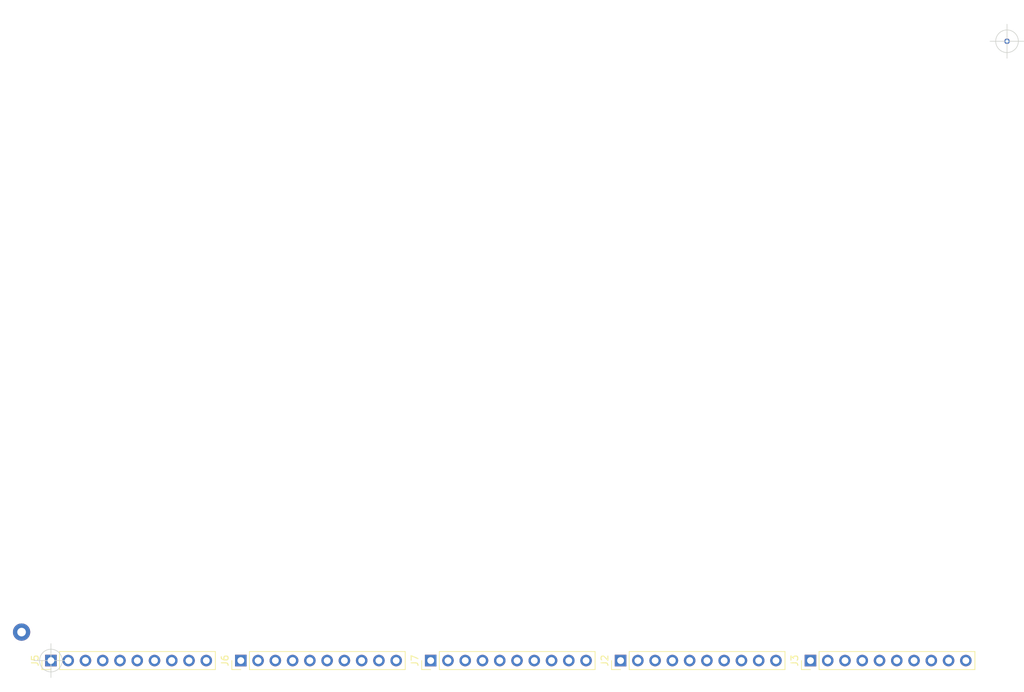
<source format=kicad_pcb>
(kicad_pcb (version 20171130) (host pcbnew 5.1.6-c6e7f7d~86~ubuntu18.04.1)

  (general
    (thickness 1.6)
    (drawings 6)
    (tracks 10)
    (zones 0)
    (modules 5)
    (nets 48)
  )

  (page A4)
  (layers
    (0 F.Cu signal)
    (31 B.Cu signal)
    (32 B.Adhes user)
    (33 F.Adhes user)
    (34 B.Paste user)
    (35 F.Paste user)
    (36 B.SilkS user)
    (37 F.SilkS user)
    (38 B.Mask user)
    (39 F.Mask user)
    (40 Dwgs.User user)
    (41 Cmts.User user)
    (42 Eco1.User user)
    (43 Eco2.User user)
    (44 Edge.Cuts user)
    (45 Margin user)
    (46 B.CrtYd user)
    (47 F.CrtYd user)
    (48 B.Fab user)
    (49 F.Fab user)
  )

  (setup
    (last_trace_width 0.25)
    (user_trace_width 0.762)
    (user_trace_width 1.016)
    (user_trace_width 1.27)
    (trace_clearance 0.2)
    (zone_clearance 0.508)
    (zone_45_only no)
    (trace_min 0.2)
    (via_size 0.8)
    (via_drill 0.4)
    (via_min_size 0.4)
    (via_min_drill 0.3)
    (user_via 0.508 0.3048)
    (user_via 0.762 0.381)
    (user_via 1.016 0.508)
    (uvia_size 0.3)
    (uvia_drill 0.1)
    (uvias_allowed no)
    (uvia_min_size 0.2)
    (uvia_min_drill 0.1)
    (edge_width 0.1)
    (segment_width 0.2)
    (pcb_text_width 0.3)
    (pcb_text_size 1.5 1.5)
    (mod_edge_width 0.15)
    (mod_text_size 1 1)
    (mod_text_width 0.15)
    (pad_size 2.4 1.6)
    (pad_drill 0.8)
    (pad_to_mask_clearance 0)
    (aux_axis_origin 108.9559 152.6332)
    (grid_origin 42.46 126.745)
    (visible_elements FFFFFF7F)
    (pcbplotparams
      (layerselection 0x010fc_ffffffff)
      (usegerberextensions false)
      (usegerberattributes false)
      (usegerberadvancedattributes false)
      (creategerberjobfile false)
      (excludeedgelayer true)
      (linewidth 0.100000)
      (plotframeref false)
      (viasonmask false)
      (mode 1)
      (useauxorigin false)
      (hpglpennumber 1)
      (hpglpenspeed 20)
      (hpglpendiameter 15.000000)
      (psnegative false)
      (psa4output false)
      (plotreference true)
      (plotvalue true)
      (plotinvisibletext false)
      (padsonsilk false)
      (subtractmaskfromsilk false)
      (outputformat 1)
      (mirror false)
      (drillshape 1)
      (scaleselection 1)
      (outputdirectory ""))
  )

  (net 0 "")
  (net 1 GND)
  (net 2 A10)
  (net 3 ~IORQ)
  (net 4 A9)
  (net 5 ~MREQ)
  (net 6 A8)
  (net 7 A7)
  (net 8 A6)
  (net 9 ~INT)
  (net 10 A5)
  (net 11 D1)
  (net 12 A4)
  (net 13 D0)
  (net 14 A3)
  (net 15 D7)
  (net 16 A2)
  (net 17 D2)
  (net 18 A1)
  (net 19 +5V)
  (net 20 A0)
  (net 21 D6)
  (net 22 D5)
  (net 23 D3)
  (net 24 D4)
  (net 25 ~RESET)
  (net 26 CLK)
  (net 27 A15)
  (net 28 A14)
  (net 29 A13)
  (net 30 ~WR)
  (net 31 A12)
  (net 32 ~RD)
  (net 33 A11)
  (net 34 exp1_en)
  (net 35 rtc_en)
  (net 36 psg_en)
  (net 37 vdp_en)
  (net 38 RESET)
  (net 39 ~IO_WAIT)
  (net 40 ser_en)
  (net 41 prn_en)
  (net 42 ppi_en)
  (net 43 SND)
  (net 44 ~SLTSL3)
  (net 45 ~SLTSL2)
  (net 46 ~SLTSL1)
  (net 47 ~SLTSL0)

  (net_class Default "This is the default net class."
    (clearance 0.2)
    (trace_width 0.25)
    (via_dia 0.8)
    (via_drill 0.4)
    (uvia_dia 0.3)
    (uvia_drill 0.1)
    (add_net +5V)
    (add_net A0)
    (add_net A1)
    (add_net A10)
    (add_net A11)
    (add_net A12)
    (add_net A13)
    (add_net A14)
    (add_net A15)
    (add_net A2)
    (add_net A3)
    (add_net A4)
    (add_net A5)
    (add_net A6)
    (add_net A7)
    (add_net A8)
    (add_net A9)
    (add_net CLK)
    (add_net D0)
    (add_net D1)
    (add_net D2)
    (add_net D3)
    (add_net D4)
    (add_net D5)
    (add_net D6)
    (add_net D7)
    (add_net GND)
    (add_net RESET)
    (add_net SND)
    (add_net exp1_en)
    (add_net ppi_en)
    (add_net prn_en)
    (add_net psg_en)
    (add_net rtc_en)
    (add_net ser_en)
    (add_net vdp_en)
    (add_net ~INT)
    (add_net ~IORQ)
    (add_net ~IO_WAIT)
    (add_net ~MREQ)
    (add_net ~RD)
    (add_net ~RESET)
    (add_net ~SLTSL0)
    (add_net ~SLTSL1)
    (add_net ~SLTSL2)
    (add_net ~SLTSL3)
    (add_net ~WR)
  )

  (module Connector_PinHeader_2.54mm:PinHeader_1x10_P2.54mm_Vertical (layer F.Cu) (tedit 59FED5CC) (tstamp 5EEC3228)
    (at 70.4 126.745 90)
    (descr "Through hole straight pin header, 1x10, 2.54mm pitch, single row")
    (tags "Through hole pin header THT 1x10 2.54mm single row")
    (path /5EF2C974)
    (fp_text reference J6 (at 0 -2.33 90) (layer F.SilkS)
      (effects (font (size 1 1) (thickness 0.15)))
    )
    (fp_text value Conn_01x10 (at 0 25.19 90) (layer F.Fab)
      (effects (font (size 1 1) (thickness 0.15)))
    )
    (fp_line (start -0.635 -1.27) (end 1.27 -1.27) (layer F.Fab) (width 0.1))
    (fp_line (start 1.27 -1.27) (end 1.27 24.13) (layer F.Fab) (width 0.1))
    (fp_line (start 1.27 24.13) (end -1.27 24.13) (layer F.Fab) (width 0.1))
    (fp_line (start -1.27 24.13) (end -1.27 -0.635) (layer F.Fab) (width 0.1))
    (fp_line (start -1.27 -0.635) (end -0.635 -1.27) (layer F.Fab) (width 0.1))
    (fp_line (start -1.33 24.19) (end 1.33 24.19) (layer F.SilkS) (width 0.12))
    (fp_line (start -1.33 1.27) (end -1.33 24.19) (layer F.SilkS) (width 0.12))
    (fp_line (start 1.33 1.27) (end 1.33 24.19) (layer F.SilkS) (width 0.12))
    (fp_line (start -1.33 1.27) (end 1.33 1.27) (layer F.SilkS) (width 0.12))
    (fp_line (start -1.33 0) (end -1.33 -1.33) (layer F.SilkS) (width 0.12))
    (fp_line (start -1.33 -1.33) (end 0 -1.33) (layer F.SilkS) (width 0.12))
    (fp_line (start -1.8 -1.8) (end -1.8 24.65) (layer F.CrtYd) (width 0.05))
    (fp_line (start -1.8 24.65) (end 1.8 24.65) (layer F.CrtYd) (width 0.05))
    (fp_line (start 1.8 24.65) (end 1.8 -1.8) (layer F.CrtYd) (width 0.05))
    (fp_line (start 1.8 -1.8) (end -1.8 -1.8) (layer F.CrtYd) (width 0.05))
    (fp_text user %R (at 0 11.43) (layer F.Fab)
      (effects (font (size 1 1) (thickness 0.15)))
    )
    (pad 10 thru_hole oval (at 0 22.86 90) (size 1.7 1.7) (drill 1) (layers *.Cu *.Mask)
      (net 10 A5))
    (pad 9 thru_hole oval (at 0 20.32 90) (size 1.7 1.7) (drill 1) (layers *.Cu *.Mask)
      (net 8 A6))
    (pad 8 thru_hole oval (at 0 17.78 90) (size 1.7 1.7) (drill 1) (layers *.Cu *.Mask)
      (net 7 A7))
    (pad 7 thru_hole oval (at 0 15.24 90) (size 1.7 1.7) (drill 1) (layers *.Cu *.Mask)
      (net 6 A8))
    (pad 6 thru_hole oval (at 0 12.7 90) (size 1.7 1.7) (drill 1) (layers *.Cu *.Mask)
      (net 4 A9))
    (pad 5 thru_hole oval (at 0 10.16 90) (size 1.7 1.7) (drill 1) (layers *.Cu *.Mask)
      (net 2 A10))
    (pad 4 thru_hole oval (at 0 7.62 90) (size 1.7 1.7) (drill 1) (layers *.Cu *.Mask)
      (net 33 A11))
    (pad 3 thru_hole oval (at 0 5.08 90) (size 1.7 1.7) (drill 1) (layers *.Cu *.Mask)
      (net 31 A12))
    (pad 2 thru_hole oval (at 0 2.54 90) (size 1.7 1.7) (drill 1) (layers *.Cu *.Mask)
      (net 29 A13))
    (pad 1 thru_hole rect (at 0 0 90) (size 1.7 1.7) (drill 1) (layers *.Cu *.Mask)
      (net 28 A14))
    (model ${KISYS3DMOD}/Connector_PinHeader_2.54mm.3dshapes/PinHeader_1x10_P2.54mm_Vertical.wrl
      (at (xyz 0 0 0))
      (scale (xyz 1 1 1))
      (rotate (xyz 0 0 0))
    )
  )

  (module Connector_PinHeader_2.54mm:PinHeader_1x10_P2.54mm_Vertical (layer F.Cu) (tedit 59FED5CC) (tstamp 5EEC320A)
    (at 42.46 126.745 90)
    (descr "Through hole straight pin header, 1x10, 2.54mm pitch, single row")
    (tags "Through hole pin header THT 1x10 2.54mm single row")
    (path /5EF2A066)
    (fp_text reference J5 (at 0 -2.33 90) (layer F.SilkS)
      (effects (font (size 1 1) (thickness 0.15)))
    )
    (fp_text value Conn_01x10 (at 0 25.19 90) (layer F.Fab)
      (effects (font (size 1 1) (thickness 0.15)))
    )
    (fp_line (start -0.635 -1.27) (end 1.27 -1.27) (layer F.Fab) (width 0.1))
    (fp_line (start 1.27 -1.27) (end 1.27 24.13) (layer F.Fab) (width 0.1))
    (fp_line (start 1.27 24.13) (end -1.27 24.13) (layer F.Fab) (width 0.1))
    (fp_line (start -1.27 24.13) (end -1.27 -0.635) (layer F.Fab) (width 0.1))
    (fp_line (start -1.27 -0.635) (end -0.635 -1.27) (layer F.Fab) (width 0.1))
    (fp_line (start -1.33 24.19) (end 1.33 24.19) (layer F.SilkS) (width 0.12))
    (fp_line (start -1.33 1.27) (end -1.33 24.19) (layer F.SilkS) (width 0.12))
    (fp_line (start 1.33 1.27) (end 1.33 24.19) (layer F.SilkS) (width 0.12))
    (fp_line (start -1.33 1.27) (end 1.33 1.27) (layer F.SilkS) (width 0.12))
    (fp_line (start -1.33 0) (end -1.33 -1.33) (layer F.SilkS) (width 0.12))
    (fp_line (start -1.33 -1.33) (end 0 -1.33) (layer F.SilkS) (width 0.12))
    (fp_line (start -1.8 -1.8) (end -1.8 24.65) (layer F.CrtYd) (width 0.05))
    (fp_line (start -1.8 24.65) (end 1.8 24.65) (layer F.CrtYd) (width 0.05))
    (fp_line (start 1.8 24.65) (end 1.8 -1.8) (layer F.CrtYd) (width 0.05))
    (fp_line (start 1.8 -1.8) (end -1.8 -1.8) (layer F.CrtYd) (width 0.05))
    (fp_text user %R (at 0 11.43) (layer F.Fab)
      (effects (font (size 1 1) (thickness 0.15)))
    )
    (pad 10 thru_hole oval (at 0 22.86 90) (size 1.7 1.7) (drill 1) (layers *.Cu *.Mask)
      (net 27 A15))
    (pad 9 thru_hole oval (at 0 20.32 90) (size 1.7 1.7) (drill 1) (layers *.Cu *.Mask)
      (net 13 D0))
    (pad 8 thru_hole oval (at 0 17.78 90) (size 1.7 1.7) (drill 1) (layers *.Cu *.Mask)
      (net 11 D1))
    (pad 7 thru_hole oval (at 0 15.24 90) (size 1.7 1.7) (drill 1) (layers *.Cu *.Mask)
      (net 17 D2))
    (pad 6 thru_hole oval (at 0 12.7 90) (size 1.7 1.7) (drill 1) (layers *.Cu *.Mask)
      (net 23 D3))
    (pad 5 thru_hole oval (at 0 10.16 90) (size 1.7 1.7) (drill 1) (layers *.Cu *.Mask)
      (net 24 D4))
    (pad 4 thru_hole oval (at 0 7.62 90) (size 1.7 1.7) (drill 1) (layers *.Cu *.Mask)
      (net 22 D5))
    (pad 3 thru_hole oval (at 0 5.08 90) (size 1.7 1.7) (drill 1) (layers *.Cu *.Mask)
      (net 21 D6))
    (pad 2 thru_hole oval (at 0 2.54 90) (size 1.7 1.7) (drill 1) (layers *.Cu *.Mask)
      (net 15 D7))
    (pad 1 thru_hole rect (at 0 0 90) (size 1.7 1.7) (drill 1) (layers *.Cu *.Mask)
      (net 39 ~IO_WAIT))
    (model ${KISYS3DMOD}/Connector_PinHeader_2.54mm.3dshapes/PinHeader_1x10_P2.54mm_Vertical.wrl
      (at (xyz 0 0 0))
      (scale (xyz 1 1 1))
      (rotate (xyz 0 0 0))
    )
  )

  (module Connector_PinHeader_2.54mm:PinHeader_1x10_P2.54mm_Vertical (layer F.Cu) (tedit 59FED5CC) (tstamp 5EEC316A)
    (at 126.28 126.745 90)
    (descr "Through hole straight pin header, 1x10, 2.54mm pitch, single row")
    (tags "Through hole pin header THT 1x10 2.54mm single row")
    (path /5EFC74B6)
    (fp_text reference J2 (at 0 -2.33 90) (layer F.SilkS)
      (effects (font (size 1 1) (thickness 0.15)))
    )
    (fp_text value Conn_01x10 (at 0 25.19 90) (layer F.Fab)
      (effects (font (size 1 1) (thickness 0.15)))
    )
    (fp_line (start -0.635 -1.27) (end 1.27 -1.27) (layer F.Fab) (width 0.1))
    (fp_line (start 1.27 -1.27) (end 1.27 24.13) (layer F.Fab) (width 0.1))
    (fp_line (start 1.27 24.13) (end -1.27 24.13) (layer F.Fab) (width 0.1))
    (fp_line (start -1.27 24.13) (end -1.27 -0.635) (layer F.Fab) (width 0.1))
    (fp_line (start -1.27 -0.635) (end -0.635 -1.27) (layer F.Fab) (width 0.1))
    (fp_line (start -1.33 24.19) (end 1.33 24.19) (layer F.SilkS) (width 0.12))
    (fp_line (start -1.33 1.27) (end -1.33 24.19) (layer F.SilkS) (width 0.12))
    (fp_line (start 1.33 1.27) (end 1.33 24.19) (layer F.SilkS) (width 0.12))
    (fp_line (start -1.33 1.27) (end 1.33 1.27) (layer F.SilkS) (width 0.12))
    (fp_line (start -1.33 0) (end -1.33 -1.33) (layer F.SilkS) (width 0.12))
    (fp_line (start -1.33 -1.33) (end 0 -1.33) (layer F.SilkS) (width 0.12))
    (fp_line (start -1.8 -1.8) (end -1.8 24.65) (layer F.CrtYd) (width 0.05))
    (fp_line (start -1.8 24.65) (end 1.8 24.65) (layer F.CrtYd) (width 0.05))
    (fp_line (start 1.8 24.65) (end 1.8 -1.8) (layer F.CrtYd) (width 0.05))
    (fp_line (start 1.8 -1.8) (end -1.8 -1.8) (layer F.CrtYd) (width 0.05))
    (fp_text user %R (at 0 11.43) (layer F.Fab)
      (effects (font (size 1 1) (thickness 0.15)))
    )
    (pad 10 thru_hole oval (at 0 22.86 90) (size 1.7 1.7) (drill 1) (layers *.Cu *.Mask)
      (net 37 vdp_en))
    (pad 9 thru_hole oval (at 0 20.32 90) (size 1.7 1.7) (drill 1) (layers *.Cu *.Mask)
      (net 36 psg_en))
    (pad 8 thru_hole oval (at 0 17.78 90) (size 1.7 1.7) (drill 1) (layers *.Cu *.Mask)
      (net 42 ppi_en))
    (pad 7 thru_hole oval (at 0 15.24 90) (size 1.7 1.7) (drill 1) (layers *.Cu *.Mask)
      (net 35 rtc_en))
    (pad 6 thru_hole oval (at 0 12.7 90) (size 1.7 1.7) (drill 1) (layers *.Cu *.Mask)
      (net 3 ~IORQ))
    (pad 5 thru_hole oval (at 0 10.16 90) (size 1.7 1.7) (drill 1) (layers *.Cu *.Mask)
      (net 1 GND))
    (pad 4 thru_hole oval (at 0 7.62 90) (size 1.7 1.7) (drill 1) (layers *.Cu *.Mask)
      (net 5 ~MREQ))
    (pad 3 thru_hole oval (at 0 5.08 90) (size 1.7 1.7) (drill 1) (layers *.Cu *.Mask)
      (net 25 ~RESET))
    (pad 2 thru_hole oval (at 0 2.54 90) (size 1.7 1.7) (drill 1) (layers *.Cu *.Mask)
      (net 38 RESET))
    (pad 1 thru_hole rect (at 0 0 90) (size 1.7 1.7) (drill 1) (layers *.Cu *.Mask)
      (net 32 ~RD))
    (model ${KISYS3DMOD}/Connector_PinHeader_2.54mm.3dshapes/PinHeader_1x10_P2.54mm_Vertical.wrl
      (at (xyz 0 0 0))
      (scale (xyz 1 1 1))
      (rotate (xyz 0 0 0))
    )
  )

  (module Connector_PinHeader_2.54mm:PinHeader_1x10_P2.54mm_Vertical (layer F.Cu) (tedit 59FED5CC) (tstamp 5EEC64B6)
    (at 98.34 126.745 90)
    (descr "Through hole straight pin header, 1x10, 2.54mm pitch, single row")
    (tags "Through hole pin header THT 1x10 2.54mm single row")
    (path /5EF2DFC2)
    (fp_text reference J7 (at 0 -2.33 90) (layer F.SilkS)
      (effects (font (size 1 1) (thickness 0.15)))
    )
    (fp_text value Conn_01x10 (at 0 25.19 90) (layer F.Fab)
      (effects (font (size 1 1) (thickness 0.15)))
    )
    (fp_line (start -0.635 -1.27) (end 1.27 -1.27) (layer F.Fab) (width 0.1))
    (fp_line (start 1.27 -1.27) (end 1.27 24.13) (layer F.Fab) (width 0.1))
    (fp_line (start 1.27 24.13) (end -1.27 24.13) (layer F.Fab) (width 0.1))
    (fp_line (start -1.27 24.13) (end -1.27 -0.635) (layer F.Fab) (width 0.1))
    (fp_line (start -1.27 -0.635) (end -0.635 -1.27) (layer F.Fab) (width 0.1))
    (fp_line (start -1.33 24.19) (end 1.33 24.19) (layer F.SilkS) (width 0.12))
    (fp_line (start -1.33 1.27) (end -1.33 24.19) (layer F.SilkS) (width 0.12))
    (fp_line (start 1.33 1.27) (end 1.33 24.19) (layer F.SilkS) (width 0.12))
    (fp_line (start -1.33 1.27) (end 1.33 1.27) (layer F.SilkS) (width 0.12))
    (fp_line (start -1.33 0) (end -1.33 -1.33) (layer F.SilkS) (width 0.12))
    (fp_line (start -1.33 -1.33) (end 0 -1.33) (layer F.SilkS) (width 0.12))
    (fp_line (start -1.8 -1.8) (end -1.8 24.65) (layer F.CrtYd) (width 0.05))
    (fp_line (start -1.8 24.65) (end 1.8 24.65) (layer F.CrtYd) (width 0.05))
    (fp_line (start 1.8 24.65) (end 1.8 -1.8) (layer F.CrtYd) (width 0.05))
    (fp_line (start 1.8 -1.8) (end -1.8 -1.8) (layer F.CrtYd) (width 0.05))
    (fp_text user %R (at 0 11.43) (layer F.Fab)
      (effects (font (size 1 1) (thickness 0.15)))
    )
    (pad 10 thru_hole oval (at 0 22.86 90) (size 1.7 1.7) (drill 1) (layers *.Cu *.Mask)
      (net 30 ~WR))
    (pad 9 thru_hole oval (at 0 20.32 90) (size 1.7 1.7) (drill 1) (layers *.Cu *.Mask)
      (net 9 ~INT))
    (pad 8 thru_hole oval (at 0 17.78 90) (size 1.7 1.7) (drill 1) (layers *.Cu *.Mask)
      (net 19 +5V))
    (pad 7 thru_hole oval (at 0 15.24 90) (size 1.7 1.7) (drill 1) (layers *.Cu *.Mask)
      (net 26 CLK))
    (pad 6 thru_hole oval (at 0 12.7 90) (size 1.7 1.7) (drill 1) (layers *.Cu *.Mask)
      (net 1 GND))
    (pad 5 thru_hole oval (at 0 10.16 90) (size 1.7 1.7) (drill 1) (layers *.Cu *.Mask)
      (net 20 A0))
    (pad 4 thru_hole oval (at 0 7.62 90) (size 1.7 1.7) (drill 1) (layers *.Cu *.Mask)
      (net 18 A1))
    (pad 3 thru_hole oval (at 0 5.08 90) (size 1.7 1.7) (drill 1) (layers *.Cu *.Mask)
      (net 16 A2))
    (pad 2 thru_hole oval (at 0 2.54 90) (size 1.7 1.7) (drill 1) (layers *.Cu *.Mask)
      (net 14 A3))
    (pad 1 thru_hole rect (at 0 0 90) (size 1.7 1.7) (drill 1) (layers *.Cu *.Mask)
      (net 12 A4))
    (model ${KISYS3DMOD}/Connector_PinHeader_2.54mm.3dshapes/PinHeader_1x10_P2.54mm_Vertical.wrl
      (at (xyz 0 0 0))
      (scale (xyz 1 1 1))
      (rotate (xyz 0 0 0))
    )
  )

  (module Connector_PinHeader_2.54mm:PinHeader_1x10_P2.54mm_Vertical (layer F.Cu) (tedit 59FED5CC) (tstamp 5EEC3188)
    (at 154.22 126.745 90)
    (descr "Through hole straight pin header, 1x10, 2.54mm pitch, single row")
    (tags "Through hole pin header THT 1x10 2.54mm single row")
    (path /5EFEA3FF)
    (fp_text reference J3 (at 0 -2.33 90) (layer F.SilkS)
      (effects (font (size 1 1) (thickness 0.15)))
    )
    (fp_text value Conn_01x10 (at 0 25.19 90) (layer F.Fab)
      (effects (font (size 1 1) (thickness 0.15)))
    )
    (fp_line (start -0.635 -1.27) (end 1.27 -1.27) (layer F.Fab) (width 0.1))
    (fp_line (start 1.27 -1.27) (end 1.27 24.13) (layer F.Fab) (width 0.1))
    (fp_line (start 1.27 24.13) (end -1.27 24.13) (layer F.Fab) (width 0.1))
    (fp_line (start -1.27 24.13) (end -1.27 -0.635) (layer F.Fab) (width 0.1))
    (fp_line (start -1.27 -0.635) (end -0.635 -1.27) (layer F.Fab) (width 0.1))
    (fp_line (start -1.33 24.19) (end 1.33 24.19) (layer F.SilkS) (width 0.12))
    (fp_line (start -1.33 1.27) (end -1.33 24.19) (layer F.SilkS) (width 0.12))
    (fp_line (start 1.33 1.27) (end 1.33 24.19) (layer F.SilkS) (width 0.12))
    (fp_line (start -1.33 1.27) (end 1.33 1.27) (layer F.SilkS) (width 0.12))
    (fp_line (start -1.33 0) (end -1.33 -1.33) (layer F.SilkS) (width 0.12))
    (fp_line (start -1.33 -1.33) (end 0 -1.33) (layer F.SilkS) (width 0.12))
    (fp_line (start -1.8 -1.8) (end -1.8 24.65) (layer F.CrtYd) (width 0.05))
    (fp_line (start -1.8 24.65) (end 1.8 24.65) (layer F.CrtYd) (width 0.05))
    (fp_line (start 1.8 24.65) (end 1.8 -1.8) (layer F.CrtYd) (width 0.05))
    (fp_line (start 1.8 -1.8) (end -1.8 -1.8) (layer F.CrtYd) (width 0.05))
    (fp_text user %R (at 0 11.43) (layer F.Fab)
      (effects (font (size 1 1) (thickness 0.15)))
    )
    (pad 10 thru_hole oval (at 0 22.86 90) (size 1.7 1.7) (drill 1) (layers *.Cu *.Mask)
      (net 1 GND))
    (pad 9 thru_hole oval (at 0 20.32 90) (size 1.7 1.7) (drill 1) (layers *.Cu *.Mask)
      (net 19 +5V))
    (pad 8 thru_hole oval (at 0 17.78 90) (size 1.7 1.7) (drill 1) (layers *.Cu *.Mask)
      (net 43 SND))
    (pad 7 thru_hole oval (at 0 15.24 90) (size 1.7 1.7) (drill 1) (layers *.Cu *.Mask)
      (net 44 ~SLTSL3))
    (pad 6 thru_hole oval (at 0 12.7 90) (size 1.7 1.7) (drill 1) (layers *.Cu *.Mask)
      (net 45 ~SLTSL2))
    (pad 5 thru_hole oval (at 0 10.16 90) (size 1.7 1.7) (drill 1) (layers *.Cu *.Mask)
      (net 46 ~SLTSL1))
    (pad 4 thru_hole oval (at 0 7.62 90) (size 1.7 1.7) (drill 1) (layers *.Cu *.Mask)
      (net 47 ~SLTSL0))
    (pad 3 thru_hole oval (at 0 5.08 90) (size 1.7 1.7) (drill 1) (layers *.Cu *.Mask)
      (net 40 ser_en))
    (pad 2 thru_hole oval (at 0 2.54 90) (size 1.7 1.7) (drill 1) (layers *.Cu *.Mask)
      (net 34 exp1_en))
    (pad 1 thru_hole rect (at 0 0 90) (size 1.7 1.7) (drill 1) (layers *.Cu *.Mask)
      (net 41 prn_en))
    (model ${KISYS3DMOD}/Connector_PinHeader_2.54mm.3dshapes/PinHeader_1x10_P2.54mm_Vertical.wrl
      (at (xyz 0 0 0))
      (scale (xyz 1 1 1))
      (rotate (xyz 0 0 0))
    )
  )

  (target plus (at 42.46 126.745) (size 5) (width 0.1) (layer Edge.Cuts))
  (gr_line (start 35.04 29.555) (end 35.04 129.555) (layer Margin) (width 0.15) (tstamp 5EEB6921))
  (target plus (at 183.14 35.555) (size 5) (width 0.1) (layer Edge.Cuts))
  (gr_line (start 185.14 29.555) (end 35.04 29.555) (layer Margin) (width 0.15))
  (gr_line (start 185.14 129.555) (end 185.14 29.555) (layer Margin) (width 0.15))
  (gr_line (start 35.04 129.555) (end 185.14 129.555) (layer Margin) (width 0.15))

  (via (at 183.14 35.555) (size 0.8) (drill 0.4) (layers F.Cu B.Cu) (net 0))
  (via (at 38.14 122.555) (size 0.8) (drill 0.4) (layers F.Cu B.Cu) (net 0))
  (via (at 38.14 122.555) (size 2.54) (drill 1.27) (layers F.Cu B.Cu) (net 0))
  (segment (start 45 126.735) (end 44.98 126.755) (width 1.016) (layer B.Cu) (net 15))
  (segment (start 57.7 126.735) (end 57.68 126.755) (width 1.016) (layer B.Cu) (net 17))
  (segment (start 47.54 126.735) (end 47.52 126.755) (width 1.016) (layer B.Cu) (net 21))
  (segment (start 50.08 126.735) (end 50.06 126.755) (width 1.016) (layer B.Cu) (net 22))
  (segment (start 55.16 126.735) (end 55.14 126.755) (width 1.016) (layer B.Cu) (net 23))
  (segment (start 52.62 126.735) (end 52.6 126.755) (width 1.016) (layer B.Cu) (net 24))
  (segment (start 143.959663 126.745) (end 144.06 126.745) (width 1.016) (layer B.Cu) (net 42))

)

</source>
